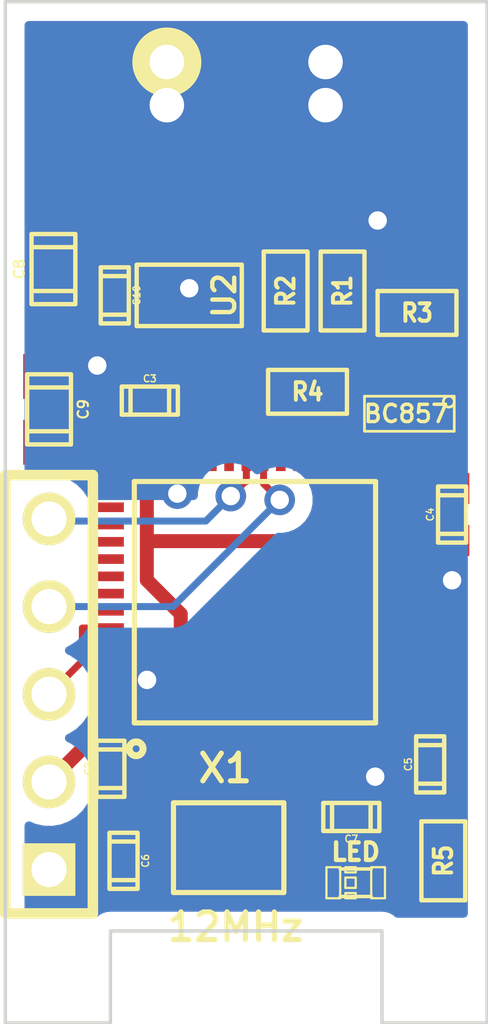
<source format=kicad_pcb>
(kicad_pcb (version 3) (host pcbnew "(2013-may-18)-stable")

  (general
    (links 58)
    (no_connects 0)
    (area 22.956912 25.193799 42.768644 55.7452)
    (thickness 1.6)
    (drawings 8)
    (tracks 184)
    (zones 0)
    (modules 23)
    (nets 19)
  )

  (page A3)
  (layers
    (15 F.Cu signal)
    (0 B.Cu signal)
    (16 B.Adhes user)
    (17 F.Adhes user)
    (18 B.Paste user)
    (19 F.Paste user)
    (20 B.SilkS user)
    (21 F.SilkS user)
    (22 B.Mask user)
    (23 F.Mask user)
    (24 Dwgs.User user)
    (25 Cmts.User user)
    (26 Eco1.User user)
    (27 Eco2.User user)
    (28 Edge.Cuts user)
  )

  (setup
    (last_trace_width 0.2032)
    (trace_clearance 0.2032)
    (zone_clearance 0.508)
    (zone_45_only no)
    (trace_min 0.2032)
    (segment_width 0.2)
    (edge_width 0.1)
    (via_size 0.889)
    (via_drill 0.5334)
    (via_min_size 0.762)
    (via_min_drill 0.381)
    (uvia_size 0.508)
    (uvia_drill 0.127)
    (uvias_allowed no)
    (uvia_min_size 0.508)
    (uvia_min_drill 0.127)
    (pcb_text_width 0.3)
    (pcb_text_size 1.5 1.5)
    (mod_edge_width 0.15)
    (mod_text_size 1 1)
    (mod_text_width 0.15)
    (pad_size 1 2.2)
    (pad_drill 0)
    (pad_to_mask_clearance 0)
    (aux_axis_origin 0 0)
    (visible_elements FFFFFFBF)
    (pcbplotparams
      (layerselection 284196865)
      (usegerberextensions true)
      (excludeedgelayer true)
      (linewidth 0.150000)
      (plotframeref false)
      (viasonmask false)
      (mode 1)
      (useauxorigin false)
      (hpglpennumber 1)
      (hpglpenspeed 20)
      (hpglpendiameter 15)
      (hpglpenoverlay 2)
      (psnegative false)
      (psa4output false)
      (plotreference true)
      (plotvalue true)
      (plotothertext true)
      (plotinvisibletext false)
      (padsonsilk false)
      (subtractmaskfromsilk false)
      (outputformat 1)
      (mirror false)
      (drillshape 0)
      (scaleselection 1)
      (outputdirectory ""))
  )

  (net 0 "")
  (net 1 +3.3V)
  (net 2 GND)
  (net 3 N-0000025)
  (net 4 N-0000026)
  (net 5 N-0000028)
  (net 6 N-0000029)
  (net 7 N-0000030)
  (net 8 N-0000031)
  (net 9 N-0000032)
  (net 10 N-0000033)
  (net 11 N-0000034)
  (net 12 N-0000035)
  (net 13 N-0000036)
  (net 14 N-0000037)
  (net 15 N-0000038)
  (net 16 N-0000039)
  (net 17 N-0000043)
  (net 18 N-0000047)

  (net_class Default "This is the default net class."
    (clearance 0.2032)
    (trace_width 0.2032)
    (via_dia 0.889)
    (via_drill 0.5334)
    (uvia_dia 0.508)
    (uvia_drill 0.127)
    (add_net "")
    (add_net N-0000025)
    (add_net N-0000026)
    (add_net N-0000028)
    (add_net N-0000029)
    (add_net N-0000030)
    (add_net N-0000031)
    (add_net N-0000033)
    (add_net N-0000034)
    (add_net N-0000035)
    (add_net N-0000036)
    (add_net N-0000037)
    (add_net N-0000038)
    (add_net N-0000039)
    (add_net N-0000043)
    (add_net N-0000047)
  )

  (net_class 5V ""
    (clearance 0.2032)
    (trace_width 0.3048)
    (via_dia 0.889)
    (via_drill 0.5334)
    (uvia_dia 0.508)
    (uvia_drill 0.127)
    (add_net GND)
    (add_net N-0000032)
  )

  (net_class Power ""
    (clearance 0.2032)
    (trace_width 0.4064)
    (via_dia 1.016)
    (via_drill 0.635)
    (uvia_dia 0.508)
    (uvia_drill 0.127)
    (add_net +3.3V)
  )

  (module USB-A-SMT (layer F.Cu) (tedit 550B063F) (tstamp 54F0F746)
    (at 32.385 29.972)
    (path /54EF78A4)
    (fp_text reference J1 (at 0.254 2.032) (layer F.SilkS) hide
      (effects (font (size 1 1) (thickness 0.15)))
    )
    (fp_text value USB (at 7.7 -1.2) (layer F.SilkS) hide
      (effects (font (size 1 1) (thickness 0.15)))
    )
    (fp_line (start -4.1 -4.5) (end 4.5 -4.5) (layer Cmts.User) (width 0.15))
    (pad 1 smd rect (at -3.5 0) (size 1 2.2)
      (layers F.Cu F.Paste F.Mask)
      (net 10 N-0000033)
    )
    (pad 2 smd rect (at -1 0) (size 1 2.2)
      (layers F.Cu F.Paste F.Mask)
      (net 4 N-0000026)
    )
    (pad 3 smd rect (at 1 0) (size 1 2.2)
      (layers F.Cu F.Paste F.Mask)
      (net 8 N-0000031)
    )
    (pad 4 smd rect (at 3.5 0) (size 1 2.2)
      (layers F.Cu F.Paste F.Mask)
      (net 2 GND)
    )
    (pad 5 smd oval (at -2.3 -2.2) (size 2 3.5)
      (layers B.Cu B.Mask)
      (net 2 GND)
    )
    (pad 6 smd oval (at 2.3 -2.2) (size 2 3.5)
      (layers B.Cu B.Mask)
      (net 2 GND)
    )
    (pad 5 thru_hole circle (at -2.3 -2.825) (size 2 2) (drill 1)
      (layers *.Mask B.Cu F.SilkS)
      (net 2 GND)
    )
    (pad 5 thru_hole circle (at -2.3 -1.575) (size 2 2) (drill 1)
      (layers *.Mask B.Cu)
      (net 2 GND)
    )
    (pad 6 thru_hole circle (at 2.3 -2.825) (size 2 2) (drill 1)
      (layers *.Mask B.Cu)
      (net 2 GND)
    )
    (pad 6 thru_hole circle (at 2.3 -1.575) (size 2 2) (drill 1)
      (layers *.Mask B.Cu)
      (net 2 GND)
    )
  )

  (module PINHOLE (layer F.Cu) (tedit 55075DB3) (tstamp 54F0F8C4)
    (at 37.846 53.467)
    (fp_text reference PINHOLE2 (at 0.2 -1.4) (layer F.SilkS) hide
      (effects (font (size 1 1) (thickness 0.15)))
    )
    (fp_text value VAL** (at -0.2 1.5) (layer F.SilkS) hide
      (effects (font (size 1 1) (thickness 0.15)))
    )
    (pad "" np_thru_hole circle (at 0 0) (size 1.27 1.27) (drill 1.27)
      (layers *.Cu *.Mask F.SilkS)
    )
  )

  (module PINHOLE (layer F.Cu) (tedit 55075DA5) (tstamp 55075C02)
    (at 26.924 53.467)
    (fp_text reference PINHOLE (at 0.2 -1.4) (layer F.SilkS) hide
      (effects (font (size 1 1) (thickness 0.15)))
    )
    (fp_text value VAL** (at -0.2 1.5) (layer F.SilkS) hide
      (effects (font (size 1 1) (thickness 0.15)))
    )
    (pad "" np_thru_hole circle (at 0 0) (size 1.27 1.27) (drill 1.27)
      (layers *.Cu *.Mask F.SilkS)
    )
  )

  (module PIN_ARRAY_5x1 (layer F.Cu) (tedit 54F0E88A) (tstamp 54EF8FB7)
    (at 26.67 45.466 90)
    (descr "Double rangee de contacts 2 x 5 pins")
    (tags CONN)
    (path /54EF7751)
    (fp_text reference P1 (at 0 -2.54 90) (layer F.SilkS) hide
      (effects (font (size 1.016 1.016) (thickness 0.2032)))
    )
    (fp_text value CONN_5 (at 0 2.54 90) (layer F.SilkS) hide
      (effects (font (size 1.016 1.016) (thickness 0.2032)))
    )
    (fp_line (start -6.35 -1.27) (end -6.35 1.27) (layer F.SilkS) (width 0.3048))
    (fp_line (start 6.35 1.27) (end 6.35 -1.27) (layer F.SilkS) (width 0.3048))
    (fp_line (start -6.35 -1.27) (end 6.35 -1.27) (layer F.SilkS) (width 0.3048))
    (fp_line (start 6.35 1.27) (end -6.35 1.27) (layer F.SilkS) (width 0.3048))
    (pad 1 thru_hole rect (at -5.08 0 90) (size 1.524 1.524) (drill 1.016)
      (layers *.Cu *.Mask F.SilkS)
      (net 2 GND)
    )
    (pad 2 thru_hole circle (at -2.54 0 90) (size 1.524 1.524) (drill 1.016)
      (layers *.Cu *.Mask F.SilkS)
      (net 1 +3.3V)
    )
    (pad 3 thru_hole circle (at 0 0 90) (size 1.524 1.524) (drill 1.016)
      (layers *.Cu *.Mask F.SilkS)
      (net 18 N-0000047)
    )
    (pad 4 thru_hole circle (at 2.54 0 90) (size 1.524 1.524) (drill 1.016)
      (layers *.Cu *.Mask F.SilkS)
      (net 5 N-0000028)
    )
    (pad 5 thru_hole circle (at 5.08 0 90) (size 1.524 1.524) (drill 1.016)
      (layers *.Cu *.Mask F.SilkS)
      (net 6 N-0000029)
    )
    (model pin_array/pins_array_5x1.wrl
      (at (xyz 0 0 0))
      (scale (xyz 1 1 1))
      (rotate (xyz 0 0 0))
    )
  )

  (module LQFP48 (layer F.Cu) (tedit 4E530D0B) (tstamp 54EF8FF0)
    (at 32.639 42.799 90)
    (path /54EF6F12)
    (attr smd)
    (fp_text reference U1 (at -0.7493 -5.50164 90) (layer Cmts.User)
      (effects (font (size 0.8001 0.8001) (thickness 0.14986)))
    )
    (fp_text value STM32F103CB (at 0.50038 0.7493 90) (layer Cmts.User) hide
      (effects (font (size 0.508 0.508) (thickness 0.1016)))
    )
    (fp_circle (center -4.24688 -3.44424) (end -4.24688 -3.6449) (layer F.SilkS) (width 0.20066))
    (fp_line (start -3.49758 -3.49758) (end -3.49758 3.49758) (layer F.SilkS) (width 0.14986))
    (fp_line (start -3.49758 3.49758) (end 3.49758 3.49758) (layer F.SilkS) (width 0.14986))
    (fp_line (start 3.49758 3.49758) (end 3.49758 -3.49758) (layer F.SilkS) (width 0.14986))
    (fp_line (start 3.49758 -3.49758) (end -3.49758 -3.49758) (layer F.SilkS) (width 0.14986))
    (pad 48 smd rect (at -2.75082 -4.24942 90) (size 0.2794 0.89916)
      (layers F.Cu F.Paste F.Mask)
      (net 1 +3.3V)
      (solder_mask_margin 0.2032)
      (clearance 0.2032)
    )
    (pad 47 smd rect (at -2.25044 -4.24942 90) (size 0.2794 0.89916)
      (layers F.Cu F.Paste F.Mask)
      (net 2 GND)
      (solder_mask_margin 0.2032)
      (clearance 0.2032)
    )
    (pad 46 smd rect (at -1.75006 -4.24942 90) (size 0.2794 0.89916)
      (layers F.Cu F.Paste F.Mask)
      (solder_mask_margin 0.2032)
      (clearance 0.2032)
    )
    (pad 45 smd rect (at -1.24968 -4.24942 90) (size 0.2794 0.89916)
      (layers F.Cu F.Paste F.Mask)
      (solder_mask_margin 0.2032)
      (clearance 0.2032)
    )
    (pad 44 smd rect (at -0.7493 -4.24942 90) (size 0.2794 0.89916)
      (layers F.Cu F.Paste F.Mask)
      (net 18 N-0000047)
      (solder_mask_margin 0.2032)
      (clearance 0.2032)
    )
    (pad 43 smd rect (at -0.24892 -4.24942 90) (size 0.2794 0.89916)
      (layers F.Cu F.Paste F.Mask)
      (solder_mask_margin 0.2032)
      (clearance 0.2032)
    )
    (pad 42 smd rect (at 0.24892 -4.24942 90) (size 0.2794 0.89916)
      (layers F.Cu F.Paste F.Mask)
      (solder_mask_margin 0.2032)
      (clearance 0.2032)
    )
    (pad 41 smd rect (at 0.7493 -4.24942 90) (size 0.2794 0.89916)
      (layers F.Cu F.Paste F.Mask)
      (solder_mask_margin 0.2032)
      (clearance 0.2032)
    )
    (pad 40 smd rect (at 1.24968 -4.24942 90) (size 0.2794 0.89916)
      (layers F.Cu F.Paste F.Mask)
      (solder_mask_margin 0.2032)
      (clearance 0.2032)
    )
    (pad 39 smd rect (at 1.75006 -4.24942 90) (size 0.2794 0.89916)
      (layers F.Cu F.Paste F.Mask)
      (solder_mask_margin 0.2032)
      (clearance 0.2032)
    )
    (pad 38 smd rect (at 2.25044 -4.24942 90) (size 0.2794 0.89916)
      (layers F.Cu F.Paste F.Mask)
      (solder_mask_margin 0.2032)
      (clearance 0.2032)
    )
    (pad 37 smd rect (at 2.75082 -4.24942 90) (size 0.2794 0.89916)
      (layers F.Cu F.Paste F.Mask)
      (solder_mask_margin 0.2032)
      (clearance 0.2032)
    )
    (pad 36 smd rect (at 4.24942 -2.75082 90) (size 0.89916 0.2794)
      (layers F.Cu F.Paste F.Mask)
      (net 1 +3.3V)
      (solder_mask_margin 0.2032)
      (clearance 0.2032)
    )
    (pad 35 smd rect (at 4.24942 -2.25044 90) (size 0.89916 0.2794)
      (layers F.Cu F.Paste F.Mask)
      (net 2 GND)
      (solder_mask_margin 0.2032)
      (clearance 0.2032)
    )
    (pad 34 smd rect (at 4.24942 -1.75006 90) (size 0.89916 0.2794)
      (layers F.Cu F.Paste F.Mask)
      (solder_mask_margin 0.2032)
      (clearance 0.2032)
    )
    (pad 33 smd rect (at 4.24942 -1.24968 90) (size 0.89916 0.2794)
      (layers F.Cu F.Paste F.Mask)
      (net 7 N-0000030)
      (solder_mask_margin 0.2032)
      (clearance 0.2032)
    )
    (pad 32 smd rect (at 4.24942 -0.7493 90) (size 0.89916 0.2794)
      (layers F.Cu F.Paste F.Mask)
      (net 9 N-0000032)
      (solder_mask_margin 0.2032)
      (clearance 0.2032)
    )
    (pad 31 smd rect (at 4.24942 -0.24892 90) (size 0.89916 0.2794)
      (layers F.Cu F.Paste F.Mask)
      (net 6 N-0000029)
      (solder_mask_margin 0.2032)
      (clearance 0.2032)
    )
    (pad 30 smd rect (at 4.24942 0.24892 90) (size 0.89916 0.2794)
      (layers F.Cu F.Paste F.Mask)
      (net 5 N-0000028)
      (solder_mask_margin 0.2032)
      (clearance 0.2032)
    )
    (pad 29 smd rect (at 4.24942 0.7493 90) (size 0.89916 0.2794)
      (layers F.Cu F.Paste F.Mask)
      (net 15 N-0000038)
      (solder_mask_margin 0.2032)
      (clearance 0.2032)
    )
    (pad 28 smd rect (at 4.24942 1.24968 90) (size 0.89916 0.2794)
      (layers F.Cu F.Paste F.Mask)
      (solder_mask_margin 0.2032)
      (clearance 0.2032)
    )
    (pad 27 smd rect (at 4.24942 1.75006 90) (size 0.89916 0.2794)
      (layers F.Cu F.Paste F.Mask)
      (solder_mask_margin 0.2032)
      (clearance 0.2032)
    )
    (pad 26 smd rect (at 4.24942 2.25044 90) (size 0.89916 0.2794)
      (layers F.Cu F.Paste F.Mask)
      (solder_mask_margin 0.2032)
      (clearance 0.2032)
    )
    (pad 25 smd rect (at 4.24942 2.75082 90) (size 0.89916 0.2794)
      (layers F.Cu F.Paste F.Mask)
      (solder_mask_margin 0.2032)
      (clearance 0.2032)
    )
    (pad 24 smd rect (at 2.75082 4.24942 90) (size 0.2794 0.89916)
      (layers F.Cu F.Paste F.Mask)
      (net 1 +3.3V)
      (solder_mask_margin 0.2032)
      (clearance 0.2032)
    )
    (pad 23 smd rect (at 2.25044 4.24942 90) (size 0.2794 0.89916)
      (layers F.Cu F.Paste F.Mask)
      (net 2 GND)
      (solder_mask_margin 0.2032)
      (clearance 0.2032)
    )
    (pad 22 smd rect (at 1.75006 4.24942 90) (size 0.2794 0.89916)
      (layers F.Cu F.Paste F.Mask)
      (solder_mask_margin 0.2032)
      (clearance 0.2032)
    )
    (pad 21 smd rect (at 1.24968 4.24942 90) (size 0.2794 0.89916)
      (layers F.Cu F.Paste F.Mask)
      (solder_mask_margin 0.2032)
      (clearance 0.2032)
    )
    (pad 20 smd rect (at 0.7493 4.24942 90) (size 0.2794 0.89916)
      (layers F.Cu F.Paste F.Mask)
      (net 2 GND)
      (solder_mask_margin 0.2032)
      (clearance 0.2032)
    )
    (pad 19 smd rect (at 0.24892 4.24942 90) (size 0.2794 0.89916)
      (layers F.Cu F.Paste F.Mask)
      (solder_mask_margin 0.2032)
      (clearance 0.2032)
    )
    (pad 18 smd rect (at -0.24892 4.24942 90) (size 0.2794 0.89916)
      (layers F.Cu F.Paste F.Mask)
      (net 11 N-0000034)
      (solder_mask_margin 0.2032)
      (clearance 0.2032)
    )
    (pad 17 smd rect (at -0.7493 4.24942 90) (size 0.2794 0.89916)
      (layers F.Cu F.Paste F.Mask)
      (solder_mask_margin 0.2032)
      (clearance 0.2032)
    )
    (pad 16 smd rect (at -1.24968 4.24942 90) (size 0.2794 0.89916)
      (layers F.Cu F.Paste F.Mask)
      (solder_mask_margin 0.2032)
      (clearance 0.2032)
    )
    (pad 15 smd rect (at -1.75006 4.24942 90) (size 0.2794 0.89916)
      (layers F.Cu F.Paste F.Mask)
      (solder_mask_margin 0.2032)
      (clearance 0.2032)
    )
    (pad 14 smd rect (at -2.25044 4.24942 90) (size 0.2794 0.89916)
      (layers F.Cu F.Paste F.Mask)
      (solder_mask_margin 0.2032)
      (clearance 0.2032)
    )
    (pad 13 smd rect (at -2.75082 4.24942 90) (size 0.2794 0.89916)
      (layers F.Cu F.Paste F.Mask)
      (solder_mask_margin 0.2032)
      (clearance 0.2032)
    )
    (pad 12 smd rect (at -4.24942 2.75082 90) (size 0.89916 0.2794)
      (layers F.Cu F.Paste F.Mask)
      (solder_mask_margin 0.2032)
      (clearance 0.2032)
    )
    (pad 11 smd rect (at -4.24942 2.25044 90) (size 0.89916 0.2794)
      (layers F.Cu F.Paste F.Mask)
      (solder_mask_margin 0.2032)
      (clearance 0.2032)
    )
    (pad 10 smd rect (at -4.24942 1.75006 90) (size 0.89916 0.2794)
      (layers F.Cu F.Paste F.Mask)
      (solder_mask_margin 0.2032)
      (clearance 0.2032)
    )
    (pad 9 smd rect (at -4.24942 1.24968 90) (size 0.89916 0.2794)
      (layers F.Cu F.Paste F.Mask)
      (net 1 +3.3V)
      (solder_mask_margin 0.2032)
      (clearance 0.2032)
    )
    (pad 8 smd rect (at -4.24942 0.7493 90) (size 0.89916 0.2794)
      (layers F.Cu F.Paste F.Mask)
      (net 2 GND)
      (solder_mask_margin 0.2032)
      (clearance 0.2032)
    )
    (pad 7 smd rect (at -4.24942 0.24892 90) (size 0.89916 0.2794)
      (layers F.Cu F.Paste F.Mask)
      (solder_mask_margin 0.2032)
      (clearance 0.2032)
    )
    (pad 6 smd rect (at -4.24942 -0.24892 90) (size 0.89916 0.2794)
      (layers F.Cu F.Paste F.Mask)
      (net 17 N-0000043)
      (solder_mask_margin 0.2032)
      (clearance 0.2032)
    )
    (pad 5 smd rect (at -4.24942 -0.7493 90) (size 0.89916 0.2794)
      (layers F.Cu F.Paste F.Mask)
      (net 13 N-0000036)
      (solder_mask_margin 0.2032)
      (clearance 0.2032)
    )
    (pad 4 smd rect (at -4.24942 -1.24968 90) (size 0.89916 0.2794)
      (layers F.Cu F.Paste F.Mask)
      (solder_mask_margin 0.2032)
      (clearance 0.2032)
    )
    (pad 3 smd rect (at -4.24942 -1.75006 90) (size 0.89916 0.2794)
      (layers F.Cu F.Paste F.Mask)
      (solder_mask_margin 0.2032)
      (clearance 0.2032)
    )
    (pad 2 smd rect (at -4.24942 -2.25044 90) (size 0.89916 0.2794)
      (layers F.Cu F.Paste F.Mask)
      (solder_mask_margin 0.2032)
      (clearance 0.2032)
    )
    (pad 1 smd rect (at -4.24942 -2.75082 90) (size 0.89916 0.2794)
      (layers F.Cu F.Paste F.Mask)
      (net 1 +3.3V)
      (solder_mask_margin 0.2032)
      (clearance 0.2032)
    )
  )

  (module SOT23-5 (layer F.Cu) (tedit 55082F0A) (tstamp 54EF9AD5)
    (at 30.734 33.909 180)
    (path /54EF99F4)
    (attr smd)
    (fp_text reference U2 (at -1.016 0 270) (layer F.SilkS)
      (effects (font (size 0.635 0.635) (thickness 0.127)))
    )
    (fp_text value LD3985G33R (at 0 0 180) (layer F.SilkS) hide
      (effects (font (size 0.635 0.635) (thickness 0.127)))
    )
    (fp_line (start 1.524 -0.889) (end 1.524 0.889) (layer F.SilkS) (width 0.127))
    (fp_line (start 1.524 0.889) (end -1.524 0.889) (layer F.SilkS) (width 0.127))
    (fp_line (start -1.524 0.889) (end -1.524 -0.889) (layer F.SilkS) (width 0.127))
    (fp_line (start -1.524 -0.889) (end 1.524 -0.889) (layer F.SilkS) (width 0.127))
    (pad 1 smd rect (at -0.9525 1.27 180) (size 0.508 0.762)
      (layers F.Cu F.Paste F.Mask)
      (net 10 N-0000033)
    )
    (pad 3 smd rect (at 0.9525 1.27 180) (size 0.508 0.762)
      (layers F.Cu F.Paste F.Mask)
      (net 10 N-0000033)
    )
    (pad 5 smd rect (at -0.9525 -1.27 180) (size 0.508 0.762)
      (layers F.Cu F.Paste F.Mask)
      (net 1 +3.3V)
    )
    (pad 2 smd rect (at 0 1.27 180) (size 0.508 0.762)
      (layers F.Cu F.Paste F.Mask)
      (net 2 GND)
    )
    (pad 4 smd rect (at 0.9525 -1.27 180) (size 0.508 0.762)
      (layers F.Cu F.Paste F.Mask)
      (net 14 N-0000037)
    )
    (model smd/SOT23_5.wrl
      (at (xyz 0 0 0))
      (scale (xyz 0.1 0.1 0.1))
      (rotate (xyz 0 0 0))
    )
  )

  (module crystal_FA238-TSX3225   placed (layer F.Cu) (tedit 514AEB06) (tstamp 54EF9E64)
    (at 31.877 49.911)
    (descr "crystal Epson Toyocom FA-238 and TSX-3225 series")
    (path /55088855)
    (fp_text reference X1 (at -0.1 -2.3) (layer F.SilkS)
      (effects (font (size 0.8 0.8) (thickness 0.15)))
    )
    (fp_text value 12MHz (at 0.2 2.3) (layer F.SilkS)
      (effects (font (size 0.8 0.8) (thickness 0.15)))
    )
    (fp_line (start -1.6 -1.3) (end 1.6 -1.3) (layer F.SilkS) (width 0.15))
    (fp_line (start 1.6 -1.3) (end 1.6 1.3) (layer F.SilkS) (width 0.15))
    (fp_line (start 1.6 1.3) (end -1.6 1.3) (layer F.SilkS) (width 0.15))
    (fp_line (start -1.6 1.3) (end -1.6 -1.3) (layer F.SilkS) (width 0.15))
    (pad 1 smd rect (at -1.1 0.8) (size 1.4 1.2)
      (layers F.Cu F.Paste F.Mask)
      (net 13 N-0000036)
    )
    (pad 3 smd rect (at 1.1 0.8) (size 1.4 1.2)
      (layers F.Cu F.Paste F.Mask)
      (net 2 GND)
    )
    (pad 3 smd rect (at -1.1 -0.8) (size 1.4 1.2)
      (layers F.Cu F.Paste F.Mask)
      (net 2 GND)
    )
    (pad 2 smd rect (at 1.1 -0.8) (size 1.4 1.2)
      (layers F.Cu F.Paste F.Mask)
      (net 17 N-0000043)
    )
    (model smd/smd_crystal&oscillator/crystal_4pins_smd.wrl
      (at (xyz 0 0 0))
      (scale (xyz 0.24 0.24 0.24))
      (rotate (xyz 0 0 0))
    )
  )

  (module c_0603   placed (layer F.Cu) (tedit 490472AA) (tstamp 54EF9F7A)
    (at 28.448 47.625 90)
    (descr "SMT capacitor, 0603")
    (path /54EF7314)
    (fp_text reference C2 (at 0 -0.635 90) (layer F.SilkS)
      (effects (font (size 0.20066 0.20066) (thickness 0.04064)))
    )
    (fp_text value 0.1uF (at 0 0.635 90) (layer F.SilkS) hide
      (effects (font (size 0.20066 0.20066) (thickness 0.04064)))
    )
    (fp_line (start 0.5588 0.4064) (end 0.5588 -0.4064) (layer F.SilkS) (width 0.127))
    (fp_line (start -0.5588 -0.381) (end -0.5588 0.4064) (layer F.SilkS) (width 0.127))
    (fp_line (start -0.8128 -0.4064) (end 0.8128 -0.4064) (layer F.SilkS) (width 0.127))
    (fp_line (start 0.8128 -0.4064) (end 0.8128 0.4064) (layer F.SilkS) (width 0.127))
    (fp_line (start 0.8128 0.4064) (end -0.8128 0.4064) (layer F.SilkS) (width 0.127))
    (fp_line (start -0.8128 0.4064) (end -0.8128 -0.4064) (layer F.SilkS) (width 0.127))
    (pad 1 smd rect (at 0.75184 0 90) (size 0.89916 1.00076)
      (layers F.Cu F.Paste F.Mask)
      (net 1 +3.3V)
    )
    (pad 2 smd rect (at -0.75184 0 90) (size 0.89916 1.00076)
      (layers F.Cu F.Paste F.Mask)
      (net 2 GND)
    )
    (model smd/capacitors/c_0603.wrl
      (at (xyz 0 0 0))
      (scale (xyz 1 1 1))
      (rotate (xyz 0 0 0))
    )
  )

  (module c_0603   placed (layer F.Cu) (tedit 490472AA) (tstamp 54EF9F86)
    (at 29.591 36.957)
    (descr "SMT capacitor, 0603")
    (path /54EF7321)
    (fp_text reference C3 (at 0 -0.635) (layer F.SilkS)
      (effects (font (size 0.20066 0.20066) (thickness 0.04064)))
    )
    (fp_text value 0.1uF (at 0 0.635) (layer F.SilkS) hide
      (effects (font (size 0.20066 0.20066) (thickness 0.04064)))
    )
    (fp_line (start 0.5588 0.4064) (end 0.5588 -0.4064) (layer F.SilkS) (width 0.127))
    (fp_line (start -0.5588 -0.381) (end -0.5588 0.4064) (layer F.SilkS) (width 0.127))
    (fp_line (start -0.8128 -0.4064) (end 0.8128 -0.4064) (layer F.SilkS) (width 0.127))
    (fp_line (start 0.8128 -0.4064) (end 0.8128 0.4064) (layer F.SilkS) (width 0.127))
    (fp_line (start 0.8128 0.4064) (end -0.8128 0.4064) (layer F.SilkS) (width 0.127))
    (fp_line (start -0.8128 0.4064) (end -0.8128 -0.4064) (layer F.SilkS) (width 0.127))
    (pad 1 smd rect (at 0.75184 0) (size 0.89916 1.00076)
      (layers F.Cu F.Paste F.Mask)
      (net 1 +3.3V)
    )
    (pad 2 smd rect (at -0.75184 0) (size 0.89916 1.00076)
      (layers F.Cu F.Paste F.Mask)
      (net 2 GND)
    )
    (model smd/capacitors/c_0603.wrl
      (at (xyz 0 0 0))
      (scale (xyz 1 1 1))
      (rotate (xyz 0 0 0))
    )
  )

  (module c_0603   placed (layer F.Cu) (tedit 490472AA) (tstamp 550B255C)
    (at 38.354 40.259 90)
    (descr "SMT capacitor, 0603")
    (path /54EF7327)
    (fp_text reference C4 (at 0 -0.635 90) (layer F.SilkS)
      (effects (font (size 0.20066 0.20066) (thickness 0.04064)))
    )
    (fp_text value 0.1uF (at 0 0.635 90) (layer F.SilkS) hide
      (effects (font (size 0.20066 0.20066) (thickness 0.04064)))
    )
    (fp_line (start 0.5588 0.4064) (end 0.5588 -0.4064) (layer F.SilkS) (width 0.127))
    (fp_line (start -0.5588 -0.381) (end -0.5588 0.4064) (layer F.SilkS) (width 0.127))
    (fp_line (start -0.8128 -0.4064) (end 0.8128 -0.4064) (layer F.SilkS) (width 0.127))
    (fp_line (start 0.8128 -0.4064) (end 0.8128 0.4064) (layer F.SilkS) (width 0.127))
    (fp_line (start 0.8128 0.4064) (end -0.8128 0.4064) (layer F.SilkS) (width 0.127))
    (fp_line (start -0.8128 0.4064) (end -0.8128 -0.4064) (layer F.SilkS) (width 0.127))
    (pad 1 smd rect (at 0.75184 0 90) (size 0.89916 1.00076)
      (layers F.Cu F.Paste F.Mask)
      (net 1 +3.3V)
    )
    (pad 2 smd rect (at -0.75184 0 90) (size 0.89916 1.00076)
      (layers F.Cu F.Paste F.Mask)
      (net 2 GND)
    )
    (model smd/capacitors/c_0603.wrl
      (at (xyz 0 0 0))
      (scale (xyz 1 1 1))
      (rotate (xyz 0 0 0))
    )
  )

  (module c_0603   placed (layer F.Cu) (tedit 490472AA) (tstamp 54EF9F9E)
    (at 37.719 47.498 90)
    (descr "SMT capacitor, 0603")
    (path /54EF7381)
    (fp_text reference C5 (at 0 -0.635 90) (layer F.SilkS)
      (effects (font (size 0.20066 0.20066) (thickness 0.04064)))
    )
    (fp_text value 10nF (at 0 0.635 90) (layer F.SilkS) hide
      (effects (font (size 0.20066 0.20066) (thickness 0.04064)))
    )
    (fp_line (start 0.5588 0.4064) (end 0.5588 -0.4064) (layer F.SilkS) (width 0.127))
    (fp_line (start -0.5588 -0.381) (end -0.5588 0.4064) (layer F.SilkS) (width 0.127))
    (fp_line (start -0.8128 -0.4064) (end 0.8128 -0.4064) (layer F.SilkS) (width 0.127))
    (fp_line (start 0.8128 -0.4064) (end 0.8128 0.4064) (layer F.SilkS) (width 0.127))
    (fp_line (start 0.8128 0.4064) (end -0.8128 0.4064) (layer F.SilkS) (width 0.127))
    (fp_line (start -0.8128 0.4064) (end -0.8128 -0.4064) (layer F.SilkS) (width 0.127))
    (pad 1 smd rect (at 0.75184 0 90) (size 0.89916 1.00076)
      (layers F.Cu F.Paste F.Mask)
      (net 1 +3.3V)
    )
    (pad 2 smd rect (at -0.75184 0 90) (size 0.89916 1.00076)
      (layers F.Cu F.Paste F.Mask)
      (net 2 GND)
    )
    (model smd/capacitors/c_0603.wrl
      (at (xyz 0 0 0))
      (scale (xyz 1 1 1))
      (rotate (xyz 0 0 0))
    )
  )

  (module c_0603   placed (layer F.Cu) (tedit 490472AA) (tstamp 54EF9FAA)
    (at 28.829 50.292 270)
    (descr "SMT capacitor, 0603")
    (path /54EF7637)
    (fp_text reference C6 (at 0 -0.635 270) (layer F.SilkS)
      (effects (font (size 0.20066 0.20066) (thickness 0.04064)))
    )
    (fp_text value CSMALL (at 0 0.635 270) (layer F.SilkS) hide
      (effects (font (size 0.20066 0.20066) (thickness 0.04064)))
    )
    (fp_line (start 0.5588 0.4064) (end 0.5588 -0.4064) (layer F.SilkS) (width 0.127))
    (fp_line (start -0.5588 -0.381) (end -0.5588 0.4064) (layer F.SilkS) (width 0.127))
    (fp_line (start -0.8128 -0.4064) (end 0.8128 -0.4064) (layer F.SilkS) (width 0.127))
    (fp_line (start 0.8128 -0.4064) (end 0.8128 0.4064) (layer F.SilkS) (width 0.127))
    (fp_line (start 0.8128 0.4064) (end -0.8128 0.4064) (layer F.SilkS) (width 0.127))
    (fp_line (start -0.8128 0.4064) (end -0.8128 -0.4064) (layer F.SilkS) (width 0.127))
    (pad 1 smd rect (at 0.75184 0 270) (size 0.89916 1.00076)
      (layers F.Cu F.Paste F.Mask)
      (net 13 N-0000036)
    )
    (pad 2 smd rect (at -0.75184 0 270) (size 0.89916 1.00076)
      (layers F.Cu F.Paste F.Mask)
      (net 2 GND)
    )
    (model smd/capacitors/c_0603.wrl
      (at (xyz 0 0 0))
      (scale (xyz 1 1 1))
      (rotate (xyz 0 0 0))
    )
  )

  (module c_0603   placed (layer F.Cu) (tedit 490472AA) (tstamp 54EF9FB6)
    (at 35.433 49.022 180)
    (descr "SMT capacitor, 0603")
    (path /54EF7646)
    (fp_text reference C7 (at 0 -0.635 180) (layer F.SilkS)
      (effects (font (size 0.20066 0.20066) (thickness 0.04064)))
    )
    (fp_text value CSMALL (at 0 0.635 180) (layer F.SilkS) hide
      (effects (font (size 0.20066 0.20066) (thickness 0.04064)))
    )
    (fp_line (start 0.5588 0.4064) (end 0.5588 -0.4064) (layer F.SilkS) (width 0.127))
    (fp_line (start -0.5588 -0.381) (end -0.5588 0.4064) (layer F.SilkS) (width 0.127))
    (fp_line (start -0.8128 -0.4064) (end 0.8128 -0.4064) (layer F.SilkS) (width 0.127))
    (fp_line (start 0.8128 -0.4064) (end 0.8128 0.4064) (layer F.SilkS) (width 0.127))
    (fp_line (start 0.8128 0.4064) (end -0.8128 0.4064) (layer F.SilkS) (width 0.127))
    (fp_line (start -0.8128 0.4064) (end -0.8128 -0.4064) (layer F.SilkS) (width 0.127))
    (pad 1 smd rect (at 0.75184 0 180) (size 0.89916 1.00076)
      (layers F.Cu F.Paste F.Mask)
      (net 17 N-0000043)
    )
    (pad 2 smd rect (at -0.75184 0 180) (size 0.89916 1.00076)
      (layers F.Cu F.Paste F.Mask)
      (net 2 GND)
    )
    (model smd/capacitors/c_0603.wrl
      (at (xyz 0 0 0))
      (scale (xyz 1 1 1))
      (rotate (xyz 0 0 0))
    )
  )

  (module c_0603   placed (layer F.Cu) (tedit 490472AA) (tstamp 54EF9FC2)
    (at 28.575 33.909 270)
    (descr "SMT capacitor, 0603")
    (path /54EF9B18)
    (fp_text reference C10 (at 0 -0.635 270) (layer F.SilkS)
      (effects (font (size 0.20066 0.20066) (thickness 0.04064)))
    )
    (fp_text value 10nF (at 0 0.635 270) (layer F.SilkS) hide
      (effects (font (size 0.20066 0.20066) (thickness 0.04064)))
    )
    (fp_line (start 0.5588 0.4064) (end 0.5588 -0.4064) (layer F.SilkS) (width 0.127))
    (fp_line (start -0.5588 -0.381) (end -0.5588 0.4064) (layer F.SilkS) (width 0.127))
    (fp_line (start -0.8128 -0.4064) (end 0.8128 -0.4064) (layer F.SilkS) (width 0.127))
    (fp_line (start 0.8128 -0.4064) (end 0.8128 0.4064) (layer F.SilkS) (width 0.127))
    (fp_line (start 0.8128 0.4064) (end -0.8128 0.4064) (layer F.SilkS) (width 0.127))
    (fp_line (start -0.8128 0.4064) (end -0.8128 -0.4064) (layer F.SilkS) (width 0.127))
    (pad 1 smd rect (at 0.75184 0 270) (size 0.89916 1.00076)
      (layers F.Cu F.Paste F.Mask)
      (net 14 N-0000037)
    )
    (pad 2 smd rect (at -0.75184 0 270) (size 0.89916 1.00076)
      (layers F.Cu F.Paste F.Mask)
      (net 2 GND)
    )
    (model smd/capacitors/c_0603.wrl
      (at (xyz 0 0 0))
      (scale (xyz 1 1 1))
      (rotate (xyz 0 0 0))
    )
  )

  (module SOT23 (layer F.Cu) (tedit 55082F15) (tstamp 550B23AC)
    (at 37.084 37.338 180)
    (tags SOT23)
    (path /54EF969D)
    (fp_text reference Q1 (at 1.99898 -0.09906 270) (layer F.SilkS) hide
      (effects (font (size 0.762 0.762) (thickness 0.11938)))
    )
    (fp_text value BC857 (at 0.0635 0 180) (layer F.SilkS)
      (effects (font (size 0.50038 0.50038) (thickness 0.09906)))
    )
    (fp_circle (center -1.17602 0.35052) (end -1.30048 0.44958) (layer F.SilkS) (width 0.07874))
    (fp_line (start 1.27 -0.508) (end 1.27 0.508) (layer F.SilkS) (width 0.07874))
    (fp_line (start -1.3335 -0.508) (end -1.3335 0.508) (layer F.SilkS) (width 0.07874))
    (fp_line (start 1.27 0.508) (end -1.3335 0.508) (layer F.SilkS) (width 0.07874))
    (fp_line (start -1.3335 -0.508) (end 1.27 -0.508) (layer F.SilkS) (width 0.07874))
    (pad 3 smd rect (at 0 -1.09982 180) (size 0.8001 1.00076)
      (layers F.Cu F.Paste F.Mask)
      (net 1 +3.3V)
    )
    (pad 2 smd rect (at 0.9525 1.09982 180) (size 0.8001 1.00076)
      (layers F.Cu F.Paste F.Mask)
      (net 3 N-0000025)
    )
    (pad 1 smd rect (at -0.9525 1.09982 180) (size 0.8001 1.00076)
      (layers F.Cu F.Paste F.Mask)
      (net 16 N-0000039)
    )
    (model smd\SOT23_3.wrl
      (at (xyz 0 0 0))
      (scale (xyz 0.4 0.4 0.4))
      (rotate (xyz 0 0 180))
    )
  )

  (module SM0603 (layer F.Cu) (tedit 4E43A3D1) (tstamp 54EFA214)
    (at 33.528 33.782 270)
    (path /54EF8048)
    (attr smd)
    (fp_text reference R2 (at 0 0 270) (layer F.SilkS)
      (effects (font (size 0.508 0.4572) (thickness 0.1143)))
    )
    (fp_text value 22R (at 0 0 270) (layer F.SilkS) hide
      (effects (font (size 0.508 0.4572) (thickness 0.1143)))
    )
    (fp_line (start -1.143 -0.635) (end 1.143 -0.635) (layer F.SilkS) (width 0.127))
    (fp_line (start 1.143 -0.635) (end 1.143 0.635) (layer F.SilkS) (width 0.127))
    (fp_line (start 1.143 0.635) (end -1.143 0.635) (layer F.SilkS) (width 0.127))
    (fp_line (start -1.143 0.635) (end -1.143 -0.635) (layer F.SilkS) (width 0.127))
    (pad 1 smd rect (at -0.762 0 270) (size 0.635 1.143)
      (layers F.Cu F.Paste F.Mask)
      (net 4 N-0000026)
    )
    (pad 2 smd rect (at 0.762 0 270) (size 0.635 1.143)
      (layers F.Cu F.Paste F.Mask)
      (net 9 N-0000032)
    )
    (model smd\resistors\R0603.wrl
      (at (xyz 0 0 0.001))
      (scale (xyz 0.5 0.5 0.5))
      (rotate (xyz 0 0 0))
    )
  )

  (module SM0603 (layer F.Cu) (tedit 4E43A3D1) (tstamp 54EFA21E)
    (at 35.179 33.782 270)
    (path /54EF8055)
    (attr smd)
    (fp_text reference R1 (at 0 0 270) (layer F.SilkS)
      (effects (font (size 0.508 0.4572) (thickness 0.1143)))
    )
    (fp_text value 22R (at 0 0 270) (layer F.SilkS) hide
      (effects (font (size 0.508 0.4572) (thickness 0.1143)))
    )
    (fp_line (start -1.143 -0.635) (end 1.143 -0.635) (layer F.SilkS) (width 0.127))
    (fp_line (start 1.143 -0.635) (end 1.143 0.635) (layer F.SilkS) (width 0.127))
    (fp_line (start 1.143 0.635) (end -1.143 0.635) (layer F.SilkS) (width 0.127))
    (fp_line (start -1.143 0.635) (end -1.143 -0.635) (layer F.SilkS) (width 0.127))
    (pad 1 smd rect (at -0.762 0 270) (size 0.635 1.143)
      (layers F.Cu F.Paste F.Mask)
      (net 8 N-0000031)
    )
    (pad 2 smd rect (at 0.762 0 270) (size 0.635 1.143)
      (layers F.Cu F.Paste F.Mask)
      (net 7 N-0000030)
    )
    (model smd\resistors\R0603.wrl
      (at (xyz 0 0 0.001))
      (scale (xyz 0.5 0.5 0.5))
      (rotate (xyz 0 0 0))
    )
  )

  (module SM0603 (layer F.Cu) (tedit 4E43A3D1) (tstamp 54EFA228)
    (at 37.338 34.417 180)
    (path /54EF913B)
    (attr smd)
    (fp_text reference R3 (at 0 0 180) (layer F.SilkS)
      (effects (font (size 0.508 0.4572) (thickness 0.1143)))
    )
    (fp_text value 1.5k (at 0 0 180) (layer F.SilkS) hide
      (effects (font (size 0.508 0.4572) (thickness 0.1143)))
    )
    (fp_line (start -1.143 -0.635) (end 1.143 -0.635) (layer F.SilkS) (width 0.127))
    (fp_line (start 1.143 -0.635) (end 1.143 0.635) (layer F.SilkS) (width 0.127))
    (fp_line (start 1.143 0.635) (end -1.143 0.635) (layer F.SilkS) (width 0.127))
    (fp_line (start -1.143 0.635) (end -1.143 -0.635) (layer F.SilkS) (width 0.127))
    (pad 1 smd rect (at -0.762 0 180) (size 0.635 1.143)
      (layers F.Cu F.Paste F.Mask)
      (net 3 N-0000025)
    )
    (pad 2 smd rect (at 0.762 0 180) (size 0.635 1.143)
      (layers F.Cu F.Paste F.Mask)
      (net 7 N-0000030)
    )
    (model smd\resistors\R0603.wrl
      (at (xyz 0 0 0.001))
      (scale (xyz 0.5 0.5 0.5))
      (rotate (xyz 0 0 0))
    )
  )

  (module SM0603 (layer F.Cu) (tedit 4E43A3D1) (tstamp 54EFA232)
    (at 34.163 36.703)
    (path /54EFA18E)
    (attr smd)
    (fp_text reference R4 (at 0 0) (layer F.SilkS)
      (effects (font (size 0.508 0.4572) (thickness 0.1143)))
    )
    (fp_text value 10k (at 0 0) (layer F.SilkS) hide
      (effects (font (size 0.508 0.4572) (thickness 0.1143)))
    )
    (fp_line (start -1.143 -0.635) (end 1.143 -0.635) (layer F.SilkS) (width 0.127))
    (fp_line (start 1.143 -0.635) (end 1.143 0.635) (layer F.SilkS) (width 0.127))
    (fp_line (start 1.143 0.635) (end -1.143 0.635) (layer F.SilkS) (width 0.127))
    (fp_line (start -1.143 0.635) (end -1.143 -0.635) (layer F.SilkS) (width 0.127))
    (pad 1 smd rect (at -0.762 0) (size 0.635 1.143)
      (layers F.Cu F.Paste F.Mask)
      (net 15 N-0000038)
    )
    (pad 2 smd rect (at 0.762 0) (size 0.635 1.143)
      (layers F.Cu F.Paste F.Mask)
      (net 16 N-0000039)
    )
    (model smd\resistors\R0603.wrl
      (at (xyz 0 0 0.001))
      (scale (xyz 0.5 0.5 0.5))
      (rotate (xyz 0 0 0))
    )
  )

  (module c_0805 (layer F.Cu) (tedit 49047394) (tstamp 54EFA5A9)
    (at 26.797 33.147 90)
    (descr "SMT capacitor, 0805")
    (path /54EF8B06)
    (fp_text reference C8 (at 0 -0.9906 90) (layer F.SilkS)
      (effects (font (size 0.29972 0.29972) (thickness 0.06096)))
    )
    (fp_text value 4.7uF (at 0 0.9906 90) (layer F.SilkS) hide
      (effects (font (size 0.29972 0.29972) (thickness 0.06096)))
    )
    (fp_line (start 0.635 -0.635) (end 0.635 0.635) (layer F.SilkS) (width 0.127))
    (fp_line (start -0.635 -0.635) (end -0.635 0.6096) (layer F.SilkS) (width 0.127))
    (fp_line (start -1.016 -0.635) (end 1.016 -0.635) (layer F.SilkS) (width 0.127))
    (fp_line (start 1.016 -0.635) (end 1.016 0.635) (layer F.SilkS) (width 0.127))
    (fp_line (start 1.016 0.635) (end -1.016 0.635) (layer F.SilkS) (width 0.127))
    (fp_line (start -1.016 0.635) (end -1.016 -0.635) (layer F.SilkS) (width 0.127))
    (pad 1 smd rect (at 0.9525 0 90) (size 1.30048 1.4986)
      (layers F.Cu F.Paste F.Mask)
      (net 10 N-0000033)
    )
    (pad 2 smd rect (at -0.9525 0 90) (size 1.30048 1.4986)
      (layers F.Cu F.Paste F.Mask)
      (net 2 GND)
    )
    (model smd/capacitors/c_0805.wrl
      (at (xyz 0 0 0))
      (scale (xyz 1 1 1))
      (rotate (xyz 0 0 0))
    )
  )

  (module c_0805 (layer F.Cu) (tedit 49047394) (tstamp 54EFA5B5)
    (at 26.67 37.211 270)
    (descr "SMT capacitor, 0805")
    (path /54EF8B15)
    (fp_text reference C9 (at 0 -0.9906 270) (layer F.SilkS)
      (effects (font (size 0.29972 0.29972) (thickness 0.06096)))
    )
    (fp_text value 4.7uF (at 0 0.9906 270) (layer F.SilkS) hide
      (effects (font (size 0.29972 0.29972) (thickness 0.06096)))
    )
    (fp_line (start 0.635 -0.635) (end 0.635 0.635) (layer F.SilkS) (width 0.127))
    (fp_line (start -0.635 -0.635) (end -0.635 0.6096) (layer F.SilkS) (width 0.127))
    (fp_line (start -1.016 -0.635) (end 1.016 -0.635) (layer F.SilkS) (width 0.127))
    (fp_line (start 1.016 -0.635) (end 1.016 0.635) (layer F.SilkS) (width 0.127))
    (fp_line (start 1.016 0.635) (end -1.016 0.635) (layer F.SilkS) (width 0.127))
    (fp_line (start -1.016 0.635) (end -1.016 -0.635) (layer F.SilkS) (width 0.127))
    (pad 1 smd rect (at 0.9525 0 270) (size 1.30048 1.4986)
      (layers F.Cu F.Paste F.Mask)
      (net 1 +3.3V)
    )
    (pad 2 smd rect (at -0.9525 0 270) (size 1.30048 1.4986)
      (layers F.Cu F.Paste F.Mask)
      (net 2 GND)
    )
    (model smd/capacitors/c_0805.wrl
      (at (xyz 0 0 0))
      (scale (xyz 1 1 1))
      (rotate (xyz 0 0 0))
    )
  )

  (module SM0603 (layer F.Cu) (tedit 4E43A3D1) (tstamp 55082834)
    (at 38.1 50.292 270)
    (path /550827AD)
    (attr smd)
    (fp_text reference R5 (at 0 0 270) (layer F.SilkS)
      (effects (font (size 0.508 0.4572) (thickness 0.1143)))
    )
    (fp_text value 1.5k (at 0 0 270) (layer F.SilkS) hide
      (effects (font (size 0.508 0.4572) (thickness 0.1143)))
    )
    (fp_line (start -1.143 -0.635) (end 1.143 -0.635) (layer F.SilkS) (width 0.127))
    (fp_line (start 1.143 -0.635) (end 1.143 0.635) (layer F.SilkS) (width 0.127))
    (fp_line (start 1.143 0.635) (end -1.143 0.635) (layer F.SilkS) (width 0.127))
    (fp_line (start -1.143 0.635) (end -1.143 -0.635) (layer F.SilkS) (width 0.127))
    (pad 1 smd rect (at -0.762 0 270) (size 0.635 1.143)
      (layers F.Cu F.Paste F.Mask)
      (net 11 N-0000034)
    )
    (pad 2 smd rect (at 0.762 0 270) (size 0.635 1.143)
      (layers F.Cu F.Paste F.Mask)
      (net 12 N-0000035)
    )
    (model smd\resistors\R0603.wrl
      (at (xyz 0 0 0.001))
      (scale (xyz 0.5 0.5 0.5))
      (rotate (xyz 0 0 0))
    )
  )

  (module LED-0603 (layer F.Cu) (tedit 55082EAB) (tstamp 55082850)
    (at 35.56 50.927 180)
    (descr "LED 0603 smd package")
    (tags "LED led 0603 SMD smd SMT smt smdled SMDLED smtled SMTLED")
    (path /55082803)
    (attr smd)
    (fp_text reference D1 (at 0 -1.016 180) (layer F.SilkS) hide
      (effects (font (size 0.508 0.508) (thickness 0.127)))
    )
    (fp_text value LED (at 0 0.889 180) (layer F.SilkS)
      (effects (font (size 0.508 0.508) (thickness 0.127)))
    )
    (fp_line (start 0.44958 -0.44958) (end 0.44958 0.44958) (layer F.SilkS) (width 0.06604))
    (fp_line (start 0.44958 0.44958) (end 0.84836 0.44958) (layer F.SilkS) (width 0.06604))
    (fp_line (start 0.84836 -0.44958) (end 0.84836 0.44958) (layer F.SilkS) (width 0.06604))
    (fp_line (start 0.44958 -0.44958) (end 0.84836 -0.44958) (layer F.SilkS) (width 0.06604))
    (fp_line (start -0.84836 -0.44958) (end -0.84836 0.44958) (layer F.SilkS) (width 0.06604))
    (fp_line (start -0.84836 0.44958) (end -0.44958 0.44958) (layer F.SilkS) (width 0.06604))
    (fp_line (start -0.44958 -0.44958) (end -0.44958 0.44958) (layer F.SilkS) (width 0.06604))
    (fp_line (start -0.84836 -0.44958) (end -0.44958 -0.44958) (layer F.SilkS) (width 0.06604))
    (fp_line (start 0 -0.44958) (end 0 -0.29972) (layer F.SilkS) (width 0.06604))
    (fp_line (start 0 -0.29972) (end 0.29972 -0.29972) (layer F.SilkS) (width 0.06604))
    (fp_line (start 0.29972 -0.44958) (end 0.29972 -0.29972) (layer F.SilkS) (width 0.06604))
    (fp_line (start 0 -0.44958) (end 0.29972 -0.44958) (layer F.SilkS) (width 0.06604))
    (fp_line (start 0 0.29972) (end 0 0.44958) (layer F.SilkS) (width 0.06604))
    (fp_line (start 0 0.44958) (end 0.29972 0.44958) (layer F.SilkS) (width 0.06604))
    (fp_line (start 0.29972 0.29972) (end 0.29972 0.44958) (layer F.SilkS) (width 0.06604))
    (fp_line (start 0 0.29972) (end 0.29972 0.29972) (layer F.SilkS) (width 0.06604))
    (fp_line (start 0 -0.14986) (end 0 0.14986) (layer F.SilkS) (width 0.06604))
    (fp_line (start 0 0.14986) (end 0.29972 0.14986) (layer F.SilkS) (width 0.06604))
    (fp_line (start 0.29972 -0.14986) (end 0.29972 0.14986) (layer F.SilkS) (width 0.06604))
    (fp_line (start 0 -0.14986) (end 0.29972 -0.14986) (layer F.SilkS) (width 0.06604))
    (fp_line (start 0.44958 -0.39878) (end -0.44958 -0.39878) (layer F.SilkS) (width 0.1016))
    (fp_line (start 0.44958 0.39878) (end -0.44958 0.39878) (layer F.SilkS) (width 0.1016))
    (pad 1 smd rect (at -0.7493 0 180) (size 0.79756 0.79756)
      (layers F.Cu F.Paste F.Mask)
      (net 12 N-0000035)
    )
    (pad 2 smd rect (at 0.7493 0 180) (size 0.79756 0.79756)
      (layers F.Cu F.Paste F.Mask)
      (net 2 GND)
    )
  )

  (gr_line (start 39.37 25.4) (end 25.4 25.4) (angle 90) (layer Edge.Cuts) (width 0.1))
  (gr_line (start 36.322 54.991) (end 39.37 54.991) (angle 90) (layer Edge.Cuts) (width 0.1))
  (gr_line (start 25.4 54.991) (end 28.448 54.991) (angle 90) (layer Edge.Cuts) (width 0.1))
  (gr_line (start 36.322 52.324) (end 36.322 54.991) (angle 90) (layer Edge.Cuts) (width 0.1))
  (gr_line (start 28.448 52.324) (end 36.322 52.324) (angle 90) (layer Edge.Cuts) (width 0.1))
  (gr_line (start 28.448 54.991) (end 28.448 52.324) (angle 90) (layer Edge.Cuts) (width 0.1))
  (gr_line (start 39.37 54.991) (end 39.37 25.4) (angle 90) (layer Edge.Cuts) (width 0.1))
  (gr_line (start 25.4 25.4) (end 25.4 54.991) (angle 90) (layer Edge.Cuts) (width 0.1))

  (segment (start 29.5043 41.029) (end 35.2156 41.029) (width 0.4064) (layer F.Cu) (net 1))
  (segment (start 35.2156 41.029) (end 36.2425 40.0021) (width 0.4064) (layer F.Cu) (net 1))
  (segment (start 36.2425 40.0021) (end 36.8884 40.0021) (width 0.4064) (layer F.Cu) (net 1))
  (segment (start 30.4872 44.9788) (end 30.4872 43.1406) (width 0.4064) (layer F.Cu) (net 1))
  (segment (start 30.4872 44.9788) (end 32.5428 44.9788) (width 0.4064) (layer F.Cu) (net 1))
  (segment (start 28.448 46.87316) (end 27.80284 46.87316) (width 0.4064) (layer F.Cu) (net 1))
  (segment (start 27.80284 46.87316) (end 26.67 48.006) (width 0.4064) (layer F.Cu) (net 1) (tstamp 551C1A42))
  (segment (start 33.8887 46.3247) (end 33.8887 47.0484) (width 0.2792) (layer F.Cu) (net 1))
  (segment (start 33.8887 46.3247) (end 34.0095 46.2039) (width 0.4064) (layer F.Cu) (net 1))
  (segment (start 34.2198 46.2039) (end 34.0095 46.2039) (width 0.2792) (layer F.Cu) (net 1))
  (segment (start 34.2317 46.192) (end 34.2198 46.2039) (width 0.2792) (layer F.Cu) (net 1))
  (segment (start 32.5428 44.9788) (end 33.8887 46.3247) (width 0.4064) (layer F.Cu) (net 1))
  (segment (start 30.3428 36.5227) (end 31.6865 35.179) (width 0.4064) (layer F.Cu) (net 1))
  (segment (start 30.3428 36.957) (end 30.3428 36.5227) (width 0.4064) (layer F.Cu) (net 1))
  (segment (start 29.8238 37.476) (end 29.8238 38.1635) (width 0.4064) (layer F.Cu) (net 1))
  (segment (start 30.3428 36.957) (end 29.8238 37.476) (width 0.4064) (layer F.Cu) (net 1))
  (segment (start 28.3896 45.596) (end 28.3896 45.5498) (width 0.2792) (layer F.Cu) (net 1))
  (segment (start 28.3896 45.9585) (end 28.3896 45.596) (width 0.4064) (layer F.Cu) (net 1))
  (segment (start 28.448 46.0169) (end 28.3896 45.9585) (width 0.4064) (layer F.Cu) (net 1))
  (segment (start 28.448 46.8732) (end 28.448 46.0169) (width 0.4064) (layer F.Cu) (net 1))
  (segment (start 29.713 46.8732) (end 29.8882 47.0484) (width 0.2792) (layer F.Cu) (net 1))
  (segment (start 28.448 46.8732) (end 29.713 46.8732) (width 0.4064) (layer F.Cu) (net 1))
  (segment (start 36.8884 40.0021) (end 36.8884 40.0482) (width 0.2792) (layer F.Cu) (net 1))
  (segment (start 36.952 40.0021) (end 37.4469 39.5072) (width 0.4064) (layer F.Cu) (net 1))
  (segment (start 36.8884 40.0021) (end 36.952 40.0021) (width 0.4064) (layer F.Cu) (net 1))
  (segment (start 38.354 39.5072) (end 37.4469 39.5072) (width 0.4064) (layer F.Cu) (net 1))
  (segment (start 37.2846 39.3449) (end 37.4469 39.5072) (width 0.4064) (layer F.Cu) (net 1))
  (segment (start 37.084 39.3449) (end 37.2846 39.3449) (width 0.4064) (layer F.Cu) (net 1))
  (segment (start 37.084 38.4378) (end 37.084 39.3449) (width 0.4064) (layer F.Cu) (net 1))
  (segment (start 29.8238 38.4852) (end 29.8882 38.5496) (width 0.2792) (layer F.Cu) (net 1))
  (segment (start 30.4872 45.2822) (end 30.4872 44.9788) (width 0.4064) (layer F.Cu) (net 1))
  (segment (start 29.713 46.0564) (end 30.4872 45.2822) (width 0.4064) (layer F.Cu) (net 1))
  (segment (start 29.713 46.8732) (end 29.713 46.0564) (width 0.4064) (layer F.Cu) (net 1))
  (segment (start 29.5043 38.9335) (end 29.6736 38.7642) (width 0.4064) (layer F.Cu) (net 1))
  (segment (start 29.5043 42.1577) (end 29.5043 41.029) (width 0.4064) (layer F.Cu) (net 1))
  (segment (start 29.5043 41.029) (end 29.5043 38.9335) (width 0.4064) (layer F.Cu) (net 1) (tstamp 551D674D))
  (segment (start 30.4872 43.1406) (end 29.5043 42.1577) (width 0.4064) (layer F.Cu) (net 1))
  (segment (start 29.6736 38.7642) (end 29.8882 38.5496) (width 0.2792) (layer F.Cu) (net 1))
  (segment (start 26.67 38.1635) (end 29.8238 38.1635) (width 0.4064) (layer F.Cu) (net 1))
  (segment (start 29.8238 38.1635) (end 29.8238 38.4852) (width 0.4064) (layer F.Cu) (net 1))
  (segment (start 34.7211 45.7026) (end 35.2156 45.7026) (width 0.4064) (layer F.Cu) (net 1))
  (segment (start 34.2317 46.192) (end 34.7211 45.7026) (width 0.4064) (layer F.Cu) (net 1))
  (segment (start 36.2592 46.7462) (end 37.719 46.7462) (width 0.4064) (layer F.Cu) (net 1))
  (segment (start 35.2156 45.7026) (end 36.2592 46.7462) (width 0.4064) (layer F.Cu) (net 1))
  (segment (start 36.88842 42.0497) (end 38.2397 42.0497) (width 0.3048) (layer F.Cu) (net 2))
  (via (at 38.354 42.164) (size 0.889) (layers F.Cu B.Cu) (net 2))
  (segment (start 38.354 42.164) (end 38.354 41.01084) (width 0.3048) (layer F.Cu) (net 2))
  (segment (start 38.2397 42.0497) (end 38.354 42.164) (width 0.3048) (layer F.Cu) (net 2) (tstamp 551D6A98))
  (segment (start 36.8884 40.5486) (end 37.318 40.5486) (width 0.2792) (layer F.Cu) (net 2))
  (segment (start 37.318 40.5486) (end 37.8918 40.5486) (width 0.3048) (layer F.Cu) (net 2))
  (segment (start 37.8918 40.5486) (end 38.354 41.0108) (width 0.3048) (layer F.Cu) (net 2))
  (segment (start 28.83916 36.957) (end 28.33116 36.20516) (width 0.3048) (layer F.Cu) (net 2))
  (segment (start 28.067 35.941) (end 28.067 36.068) (width 0.3048) (layer B.Cu) (net 2) (tstamp 551C1DA6))
  (via (at 28.067 35.941) (size 0.889) (layers F.Cu B.Cu) (net 2))
  (segment (start 28.33116 36.20516) (end 28.067 35.941) (width 0.3048) (layer F.Cu) (net 2) (tstamp 551C1D9E))
  (via (at 30.3886 39.6521) (size 0.889) (layers F.Cu B.Cu) (net 2))
  (via (at 29.5108 45.0494) (size 0.889) (layers F.Cu B.Cu) (net 2))
  (via (at 30.734 33.7029) (size 0.889) (layers F.Cu B.Cu) (net 2))
  (via (at 36.1961 31.739) (size 0.889) (layers F.Cu B.Cu) (net 2))
  (via (at 36.1253 47.8539) (size 0.889) (layers F.Cu B.Cu) (net 2))
  (segment (start 29.7719 49.111) (end 30.777 49.111) (width 0.2032) (layer F.Cu) (net 2))
  (segment (start 29.6345 49.2484) (end 29.7719 49.111) (width 0.2032) (layer F.Cu) (net 2))
  (segment (start 29.6345 49.5402) (end 29.6345 49.2484) (width 0.2032) (layer F.Cu) (net 2))
  (segment (start 28.829 49.5402) (end 29.6345 49.5402) (width 0.2032) (layer F.Cu) (net 2))
  (segment (start 30.3886 38.5496) (end 30.3886 39.6521) (width 0.2032) (layer F.Cu) (net 2))
  (segment (start 28.3896 45.0494) (end 29.5108 45.0494) (width 0.2032) (layer F.Cu) (net 2))
  (segment (start 27.7371 50.546) (end 28.786 49.4971) (width 0.2032) (layer F.Cu) (net 2))
  (segment (start 26.67 50.546) (end 27.7371 50.546) (width 0.2032) (layer F.Cu) (net 2))
  (segment (start 28.6575 49.3687) (end 28.786 49.4971) (width 0.2032) (layer F.Cu) (net 2))
  (segment (start 28.6575 49.341) (end 28.6575 49.3687) (width 0.2032) (layer F.Cu) (net 2))
  (segment (start 28.448 49.1315) (end 28.6575 49.341) (width 0.2032) (layer F.Cu) (net 2))
  (segment (start 28.448 48.3768) (end 28.448 49.1315) (width 0.2032) (layer F.Cu) (net 2))
  (segment (start 28.786 49.4971) (end 28.829 49.5402) (width 0.2032) (layer F.Cu) (net 2))
  (segment (start 27.6327 34.0995) (end 26.797 34.0995) (width 0.3048) (layer F.Cu) (net 2))
  (segment (start 28.575 33.1572) (end 27.6327 34.0995) (width 0.3048) (layer F.Cu) (net 2))
  (segment (start 26.797 35.7203) (end 27.0026 35.9259) (width 0.3048) (layer F.Cu) (net 2))
  (segment (start 26.797 34.0995) (end 26.797 35.7203) (width 0.3048) (layer F.Cu) (net 2))
  (segment (start 27.0026 35.9259) (end 26.67 36.2585) (width 0.3048) (layer F.Cu) (net 2))
  (segment (start 28.8301 33.4123) (end 28.575 33.1572) (width 0.3048) (layer F.Cu) (net 2))
  (segment (start 30.734 33.4123) (end 28.8301 33.4123) (width 0.3048) (layer F.Cu) (net 2))
  (segment (start 35.885 31.4279) (end 36.1961 31.739) (width 0.3048) (layer F.Cu) (net 2))
  (segment (start 35.885 29.972) (end 35.885 31.4279) (width 0.3048) (layer F.Cu) (net 2))
  (segment (start 30.734 33.7029) (end 30.734 33.4123) (width 0.3048) (layer F.Cu) (net 2))
  (segment (start 30.734 33.4123) (end 30.734 32.639) (width 0.3048) (layer F.Cu) (net 2))
  (segment (start 34.0329 50.9039) (end 34.056 50.927) (width 0.3048) (layer F.Cu) (net 2))
  (segment (start 34.0329 50.711) (end 34.0329 50.9039) (width 0.3048) (layer F.Cu) (net 2))
  (segment (start 34.8107 50.927) (end 34.056 50.927) (width 0.3048) (layer F.Cu) (net 2))
  (segment (start 32.977 50.711) (end 34.0329 50.711) (width 0.3048) (layer F.Cu) (net 2))
  (segment (start 35.8594 49.8783) (end 34.8107 50.927) (width 0.3048) (layer F.Cu) (net 2))
  (segment (start 36.1848 49.8783) (end 35.8594 49.8783) (width 0.3048) (layer F.Cu) (net 2))
  (segment (start 36.1848 49.022) (end 36.1848 49.8783) (width 0.3048) (layer F.Cu) (net 2))
  (segment (start 33.3883 47.0484) (end 33.3883 47.8539) (width 0.3048) (layer F.Cu) (net 2))
  (segment (start 36.1253 47.8539) (end 33.3883 47.8539) (width 0.3048) (layer F.Cu) (net 2))
  (segment (start 36.1253 48.1062) (end 36.1848 48.1657) (width 0.3048) (layer F.Cu) (net 2))
  (segment (start 36.1253 47.8539) (end 36.1253 48.1062) (width 0.3048) (layer F.Cu) (net 2))
  (segment (start 36.1848 49.022) (end 36.1848 48.5938) (width 0.3048) (layer F.Cu) (net 2))
  (segment (start 36.1848 48.5938) (end 36.1848 48.1657) (width 0.3048) (layer F.Cu) (net 2))
  (segment (start 36.5187 48.5938) (end 36.8627 48.2498) (width 0.3048) (layer F.Cu) (net 2))
  (segment (start 36.1848 48.5938) (end 36.5187 48.5938) (width 0.3048) (layer F.Cu) (net 2))
  (segment (start 37.719 48.2498) (end 36.8627 48.2498) (width 0.3048) (layer F.Cu) (net 2))
  (segment (start 37.4774 34.417) (end 38.1 34.417) (width 0.2032) (layer F.Cu) (net 3))
  (segment (start 37.4774 34.8923) (end 37.4774 34.417) (width 0.2032) (layer F.Cu) (net 3))
  (segment (start 36.8366 35.5331) (end 37.4774 34.8923) (width 0.2032) (layer F.Cu) (net 3))
  (segment (start 36.8366 36.2382) (end 36.8366 35.5331) (width 0.2032) (layer F.Cu) (net 3))
  (segment (start 36.1315 36.2382) (end 36.8366 36.2382) (width 0.2032) (layer F.Cu) (net 3))
  (segment (start 31.385 30.75) (end 31.385 30.242) (width 0.2032) (layer F.Cu) (net 4))
  (segment (start 33.528 32.893) (end 31.385 30.75) (width 0.2032) (layer F.Cu) (net 4))
  (segment (start 33.528 33.02) (end 33.528 32.893) (width 0.2032) (layer F.Cu) (net 4))
  (segment (start 31.385 30.242) (end 31.385 29.972) (width 0.2032) (layer F.Cu) (net 4))
  (segment (start 31.385 30.242) (end 31.385 29.972) (width 0.2032) (layer F.Cu) (net 4))
  (via (at 33.3567 39.8341) (size 0.889) (layers F.Cu B.Cu) (net 5))
  (segment (start 32.8879 39.3653) (end 33.3567 39.8341) (width 0.2032) (layer F.Cu) (net 5))
  (segment (start 32.8879 38.5496) (end 32.8879 39.3653) (width 0.2032) (layer F.Cu) (net 5))
  (segment (start 30.2648 42.926) (end 26.67 42.926) (width 0.2032) (layer B.Cu) (net 5))
  (segment (start 33.3567 39.8341) (end 30.2648 42.926) (width 0.2032) (layer B.Cu) (net 5))
  (via (at 31.938 39.7239) (size 0.889) (layers F.Cu B.Cu) (net 6))
  (segment (start 32.3576 39.3043) (end 31.938 39.7239) (width 0.2032) (layer F.Cu) (net 6))
  (segment (start 32.3901 39.3043) (end 32.3576 39.3043) (width 0.2032) (layer F.Cu) (net 6))
  (segment (start 32.3901 38.5496) (end 32.3901 39.3043) (width 0.2032) (layer F.Cu) (net 6))
  (segment (start 31.2139 40.448) (end 31.938 39.7239) (width 0.2032) (layer B.Cu) (net 6))
  (segment (start 26.732 40.448) (end 31.2139 40.448) (width 0.2032) (layer B.Cu) (net 6))
  (segment (start 26.67 40.386) (end 26.732 40.448) (width 0.2032) (layer B.Cu) (net 6))
  (segment (start 31.3893 36.6827) (end 31.3893 38.5496) (width 0.2032) (layer F.Cu) (net 7))
  (segment (start 32.512 35.56) (end 31.3893 36.6827) (width 0.2032) (layer F.Cu) (net 7))
  (segment (start 32.512 34.036) (end 32.512 35.56) (width 0.2032) (layer F.Cu) (net 7))
  (segment (start 32.766 33.782) (end 32.512 34.036) (width 0.2032) (layer F.Cu) (net 7))
  (segment (start 34.29 33.782) (end 32.766 33.782) (width 0.2032) (layer F.Cu) (net 7))
  (segment (start 35.052 34.544) (end 34.29 33.782) (width 0.2032) (layer F.Cu) (net 7))
  (segment (start 35.179 34.544) (end 35.052 34.544) (width 0.2032) (layer F.Cu) (net 7))
  (segment (start 36.0556 34.544) (end 35.179 34.544) (width 0.2032) (layer F.Cu) (net 7))
  (segment (start 36.1826 34.417) (end 36.0556 34.544) (width 0.2032) (layer F.Cu) (net 7))
  (segment (start 36.576 34.417) (end 36.1826 34.417) (width 0.2032) (layer F.Cu) (net 7))
  (segment (start 33.385 31.3771) (end 33.385 29.972) (width 0.2032) (layer F.Cu) (net 8))
  (segment (start 34.4053 32.3974) (end 33.385 31.3771) (width 0.2032) (layer F.Cu) (net 8))
  (segment (start 35.179 32.3974) (end 34.4053 32.3974) (width 0.2032) (layer F.Cu) (net 8))
  (segment (start 35.179 33.02) (end 35.179 32.3974) (width 0.2032) (layer F.Cu) (net 8))
  (segment (start 31.8897 36.8768) (end 31.8897 38.5496) (width 0.2032) (layer F.Cu) (net 9))
  (segment (start 33.528 35.2385) (end 31.8897 36.8768) (width 0.2032) (layer F.Cu) (net 9))
  (segment (start 33.528 34.544) (end 33.528 35.2385) (width 0.2032) (layer F.Cu) (net 9))
  (segment (start 29.7815 32.639) (end 29.7815 31.8343) (width 0.3048) (layer F.Cu) (net 10))
  (segment (start 28.885 29.972) (end 28.885 31.8343) (width 0.3048) (layer F.Cu) (net 10))
  (segment (start 27.4747 31.8343) (end 28.885 31.8343) (width 0.3048) (layer F.Cu) (net 10))
  (segment (start 27.1145 32.1945) (end 27.4747 31.8343) (width 0.3048) (layer F.Cu) (net 10))
  (segment (start 26.797 32.1945) (end 27.1145 32.1945) (width 0.3048) (layer F.Cu) (net 10))
  (segment (start 28.885 31.8343) (end 29.7815 31.8343) (width 0.3048) (layer F.Cu) (net 10))
  (segment (start 31.6865 31.8978) (end 31.6865 32.639) (width 0.3048) (layer F.Cu) (net 10))
  (segment (start 31.623 31.8343) (end 31.6865 31.8978) (width 0.3048) (layer F.Cu) (net 10))
  (segment (start 29.7815 31.8343) (end 31.623 31.8343) (width 0.3048) (layer F.Cu) (net 10))
  (segment (start 38.5246 43.9294) (end 37.6431 43.0479) (width 0.2032) (layer F.Cu) (net 11))
  (segment (start 38.5246 49.1054) (end 38.5246 43.9294) (width 0.2032) (layer F.Cu) (net 11))
  (segment (start 38.1 49.53) (end 38.5246 49.1054) (width 0.2032) (layer F.Cu) (net 11))
  (segment (start 36.8884 43.0479) (end 37.6431 43.0479) (width 0.2032) (layer F.Cu) (net 11))
  (segment (start 37.0964 50.927) (end 37.2234 51.054) (width 0.2032) (layer F.Cu) (net 12))
  (segment (start 36.3093 50.927) (end 37.0964 50.927) (width 0.2032) (layer F.Cu) (net 12))
  (segment (start 38.1 51.054) (end 37.2234 51.054) (width 0.2032) (layer F.Cu) (net 12))
  (segment (start 31.8897 50.6034) (end 31.8897 47.0484) (width 0.2032) (layer F.Cu) (net 13))
  (segment (start 31.7821 50.711) (end 31.8897 50.6034) (width 0.2032) (layer F.Cu) (net 13))
  (segment (start 30.777 50.711) (end 31.7821 50.711) (width 0.2032) (layer F.Cu) (net 13))
  (segment (start 29.7719 50.711) (end 30.777 50.711) (width 0.2032) (layer F.Cu) (net 13))
  (segment (start 29.6345 50.8484) (end 29.7719 50.711) (width 0.2032) (layer F.Cu) (net 13))
  (segment (start 29.6345 51.0438) (end 29.6345 50.8484) (width 0.2032) (layer F.Cu) (net 13))
  (segment (start 28.829 51.0438) (end 29.6345 51.0438) (width 0.2032) (layer F.Cu) (net 13))
  (segment (start 29.3805 34.778) (end 29.7815 35.179) (width 0.2032) (layer F.Cu) (net 14))
  (segment (start 29.3805 34.6608) (end 29.3805 34.778) (width 0.2032) (layer F.Cu) (net 14))
  (segment (start 28.575 34.6608) (end 29.3805 34.6608) (width 0.2032) (layer F.Cu) (net 14))
  (segment (start 33.3883 37.5923) (end 33.3883 38.5496) (width 0.2032) (layer F.Cu) (net 15))
  (segment (start 33.401 37.5796) (end 33.3883 37.5923) (width 0.2032) (layer F.Cu) (net 15))
  (segment (start 33.401 36.703) (end 33.401 37.5796) (width 0.2032) (layer F.Cu) (net 15))
  (segment (start 35.2658 37.0438) (end 34.925 36.703) (width 0.2032) (layer F.Cu) (net 16))
  (segment (start 36.702 37.0438) (end 35.2658 37.0438) (width 0.2032) (layer F.Cu) (net 16))
  (segment (start 37.3313 36.4145) (end 36.702 37.0438) (width 0.2032) (layer F.Cu) (net 16))
  (segment (start 37.3313 36.2382) (end 37.3313 36.4145) (width 0.2032) (layer F.Cu) (net 16))
  (segment (start 38.0365 36.2382) (end 37.3313 36.2382) (width 0.2032) (layer F.Cu) (net 16))
  (segment (start 32.977 48.2059) (end 32.977 49.111) (width 0.2032) (layer F.Cu) (net 17))
  (segment (start 32.5742 47.8031) (end 32.977 48.2059) (width 0.2032) (layer F.Cu) (net 17))
  (segment (start 32.3901 47.8031) (end 32.5742 47.8031) (width 0.2032) (layer F.Cu) (net 17))
  (segment (start 32.3901 47.0484) (end 32.3901 47.8031) (width 0.2032) (layer F.Cu) (net 17))
  (segment (start 33.3732 49.111) (end 32.977 49.111) (width 0.2032) (layer F.Cu) (net 17))
  (segment (start 33.8375 49.111) (end 33.9265 49.022) (width 0.2032) (layer F.Cu) (net 17))
  (segment (start 33.3732 49.111) (end 33.8375 49.111) (width 0.2032) (layer F.Cu) (net 17))
  (segment (start 34.6812 49.022) (end 33.9265 49.022) (width 0.2032) (layer F.Cu) (net 17))
  (segment (start 27.6349 44.5011) (end 26.67 45.466) (width 0.2032) (layer F.Cu) (net 18))
  (segment (start 27.6349 43.5483) (end 27.6349 44.5011) (width 0.2032) (layer F.Cu) (net 18))
  (segment (start 28.3896 43.5483) (end 27.6349 43.5483) (width 0.2032) (layer F.Cu) (net 18))

  (zone (net 2) (net_name GND) (layer B.Cu) (tstamp 55071749) (hatch edge 0.508)
    (priority 1)
    (connect_pads yes (clearance 0.508))
    (min_thickness 0.254)
    (fill (arc_segments 32) (thermal_gap 5.08) (thermal_bridge_width 5.08))
    (polygon
      (pts
        (xy 25.908 25.908) (xy 38.862 25.908) (xy 38.862 51.943) (xy 25.908 51.943)
      )
    )
    (filled_polygon
      (pts
        (xy 38.685 51.816) (xy 36.777442 51.816) (xy 36.758384 51.800233) (xy 36.709002 51.758797) (xy 36.706898 51.75764)
        (xy 36.705047 51.756109) (xy 36.648361 51.725459) (xy 36.59185 51.694392) (xy 36.589558 51.693665) (xy 36.587448 51.692524)
        (xy 36.525915 51.673476) (xy 36.46442 51.653969) (xy 36.462032 51.653701) (xy 36.459738 51.652991) (xy 36.395634 51.646253)
        (xy 36.331564 51.639067) (xy 36.32695 51.639034) (xy 36.326782 51.639017) (xy 36.326613 51.639032) (xy 36.322 51.639)
        (xy 28.448 51.639) (xy 28.383854 51.645289) (xy 28.319644 51.651133) (xy 28.317337 51.651811) (xy 28.314949 51.652046)
        (xy 28.253276 51.670665) (xy 28.191394 51.688879) (xy 28.189264 51.689992) (xy 28.186967 51.690686) (xy 28.130113 51.720915)
        (xy 28.072919 51.750816) (xy 28.071044 51.752323) (xy 28.068927 51.753449) (xy 28.019013 51.794157) (xy 27.991847 51.816)
        (xy 26.085 51.816) (xy 26.085 49.274989) (xy 26.236215 49.341054) (xy 26.503789 49.399884) (xy 26.777695 49.405622)
        (xy 27.047499 49.358048) (xy 27.302923 49.258975) (xy 27.53424 49.112177) (xy 27.732639 48.923245) (xy 27.890561 48.699375)
        (xy 28.001993 48.449095) (xy 28.06269 48.181938) (xy 28.067059 47.869017) (xy 28.013846 47.600269) (xy 27.909446 47.346975)
        (xy 27.757835 47.118783) (xy 27.56479 46.924385) (xy 27.337662 46.771185) (xy 27.256393 46.737022) (xy 27.302923 46.718975)
        (xy 27.53424 46.572177) (xy 27.732639 46.383245) (xy 27.890561 46.159375) (xy 28.001993 45.909095) (xy 28.06269 45.641938)
        (xy 28.067059 45.329017) (xy 28.013846 45.060269) (xy 27.909446 44.806975) (xy 27.757835 44.578783) (xy 27.56479 44.384385)
        (xy 27.337662 44.231185) (xy 27.256393 44.197022) (xy 27.302923 44.178975) (xy 27.53424 44.032177) (xy 27.732639 43.843245)
        (xy 27.860069 43.6626) (xy 30.2648 43.6626) (xy 30.332477 43.655964) (xy 30.400299 43.650031) (xy 30.40402 43.648949)
        (xy 30.407873 43.648572) (xy 30.472992 43.628911) (xy 30.538349 43.609923) (xy 30.541787 43.60814) (xy 30.545496 43.607021)
        (xy 30.605573 43.575077) (xy 30.665981 43.543765) (xy 30.669008 43.541348) (xy 30.672428 43.53953) (xy 30.725168 43.496516)
        (xy 30.778331 43.454077) (xy 30.78372 43.448762) (xy 30.783834 43.44867) (xy 30.78392 43.448564) (xy 30.785655 43.446855)
        (xy 33.319408 40.913101) (xy 33.439919 40.915626) (xy 33.648404 40.878865) (xy 33.845777 40.802308) (xy 34.024522 40.688873)
        (xy 34.17783 40.54288) (xy 34.299861 40.36989) (xy 34.385968 40.176492) (xy 34.43287 39.970052) (xy 34.436246 39.72825)
        (xy 34.395126 39.520581) (xy 34.314454 39.324853) (xy 34.1973 39.148523) (xy 34.048128 38.998307) (xy 33.872621 38.879925)
        (xy 33.677461 38.797888) (xy 33.470084 38.755319) (xy 33.258389 38.753841) (xy 33.050438 38.79351) (xy 32.854152 38.872815)
        (xy 32.708737 38.967971) (xy 32.629428 38.888107) (xy 32.453921 38.769725) (xy 32.258761 38.687688) (xy 32.051384 38.645119)
        (xy 31.839689 38.643641) (xy 31.631738 38.68331) (xy 31.435452 38.762615) (xy 31.258308 38.878534) (xy 31.107054 39.026653)
        (xy 30.98745 39.201331) (xy 30.904052 39.395912) (xy 30.860037 39.602987) (xy 30.858523 39.7114) (xy 27.899097 39.7114)
        (xy 27.757835 39.498783) (xy 27.56479 39.304385) (xy 27.337662 39.151185) (xy 27.085103 39.045019) (xy 26.816733 38.989931)
        (xy 26.542774 38.988018) (xy 26.273661 39.039354) (xy 26.085 39.115578) (xy 26.085 26.085) (xy 38.685 26.085)
        (xy 38.685 51.816)
      )
    )
  )
)

</source>
